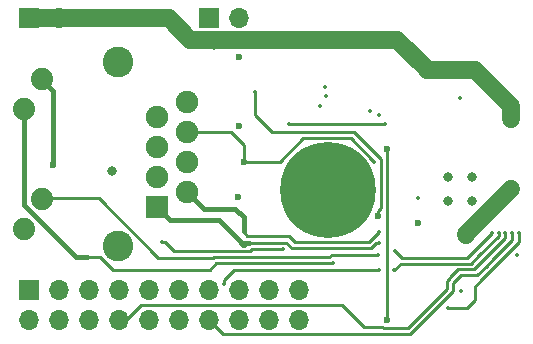
<source format=gbr>
G04 #@! TF.GenerationSoftware,KiCad,Pcbnew,(5.1.5)-3*
G04 #@! TF.CreationDate,2020-07-18T04:54:49-04:00*
G04 #@! TF.ProjectId,MONster64 - NetModule,4d4f4e73-7465-4723-9634-202d204e6574,rev?*
G04 #@! TF.SameCoordinates,Original*
G04 #@! TF.FileFunction,Copper,L3,Inr*
G04 #@! TF.FilePolarity,Positive*
%FSLAX46Y46*%
G04 Gerber Fmt 4.6, Leading zero omitted, Abs format (unit mm)*
G04 Created by KiCad (PCBNEW (5.1.5)-3) date 2020-07-18 04:54:49*
%MOMM*%
%LPD*%
G04 APERTURE LIST*
%ADD10R,1.900000X1.900000*%
%ADD11C,1.900000*%
%ADD12C,1.890000*%
%ADD13C,2.600000*%
%ADD14R,1.700000X1.700000*%
%ADD15O,1.700000X1.700000*%
%ADD16C,0.600000*%
%ADD17C,0.350000*%
%ADD18C,8.100000*%
%ADD19C,0.800000*%
%ADD20C,1.500000*%
%ADD21C,0.439000*%
%ADD22C,0.295000*%
G04 APERTURE END LIST*
D10*
X147955000Y-98679000D03*
D11*
X150495000Y-97409000D03*
X147955000Y-96139000D03*
X150495000Y-94869000D03*
X147955000Y-93599000D03*
X150495000Y-92329000D03*
X147955000Y-91059000D03*
X150495000Y-89789000D03*
D12*
X138235000Y-87909000D03*
X136715000Y-90449000D03*
X138235000Y-98019000D03*
X136715000Y-100559000D03*
D13*
X144665000Y-102009000D03*
X144665000Y-86459000D03*
D14*
X137160000Y-82740500D03*
D15*
X139700000Y-82740500D03*
X154940000Y-82740500D03*
D14*
X152400000Y-82740500D03*
X137160000Y-105727500D03*
D15*
X137160000Y-108267500D03*
X139700000Y-105727500D03*
X139700000Y-108267500D03*
X142240000Y-105727500D03*
X142240000Y-108267500D03*
X144780000Y-105727500D03*
X144780000Y-108267500D03*
X147320000Y-105727500D03*
X147320000Y-108267500D03*
X149860000Y-105727500D03*
X149860000Y-108267500D03*
X152400000Y-105727500D03*
X152400000Y-108267500D03*
X154940000Y-105727500D03*
X154940000Y-108267500D03*
X157480000Y-105727500D03*
X157480000Y-108267500D03*
X160020000Y-105727500D03*
X160020000Y-108267500D03*
D16*
X139192000Y-95123000D03*
D17*
X173736000Y-105854500D03*
X178498500Y-102743000D03*
D18*
X162496500Y-97282000D03*
D19*
X172593000Y-96139000D03*
X174625000Y-98171000D03*
X172593000Y-98171000D03*
X174625000Y-96139000D03*
D16*
X154940000Y-91884500D03*
X154940000Y-85979000D03*
X154822000Y-97844500D03*
D19*
X144136000Y-95640000D03*
D16*
X174117000Y-101092000D03*
D17*
X170065000Y-97905000D03*
D19*
X177936000Y-97146000D03*
X177927000Y-91249500D03*
X152772000Y-85026500D03*
X170878500Y-87122000D03*
D17*
X166814500Y-101790500D03*
X155321000Y-101917500D03*
X155321000Y-100774500D03*
X166751000Y-100838000D03*
X148429999Y-101679501D03*
X158686500Y-102298500D03*
D16*
X155384500Y-94869000D03*
D17*
X166370000Y-94869000D03*
X162877500Y-103441500D03*
X176339500Y-100901500D03*
X166687500Y-102806500D03*
X168148000Y-102425500D03*
D16*
X166687500Y-99504500D03*
X170053000Y-100076000D03*
D17*
X156273500Y-88963500D03*
X178054000Y-100901500D03*
X176911000Y-100901500D03*
X168084500Y-104076500D03*
X166814500Y-104076500D03*
X153670000Y-105219500D03*
X177482500Y-100901500D03*
X162242500Y-88582500D03*
X173672500Y-89471500D03*
X162320501Y-89295501D03*
X161798000Y-90170000D03*
X178625500Y-100901500D03*
X172593000Y-107251500D03*
X165989000Y-90614500D03*
X166751000Y-90932000D03*
X159194500Y-91694000D03*
X167322500Y-91694000D03*
D16*
X167449500Y-93789500D03*
X167449500Y-108267500D03*
D20*
X139700000Y-82740500D02*
X148989998Y-82740500D01*
X150789999Y-84540501D02*
X156822999Y-84540501D01*
X148989998Y-82740500D02*
X150789999Y-84540501D01*
X137160000Y-82740500D02*
X137096500Y-82740500D01*
X137160000Y-82740500D02*
X139700000Y-82740500D01*
X174117000Y-100965000D02*
X177936000Y-97146000D01*
X174117000Y-101092000D02*
X174117000Y-100965000D01*
X156822999Y-84540501D02*
X168297001Y-84540501D01*
X168297001Y-84540501D02*
X170815000Y-87058500D01*
X170815000Y-87058500D02*
X170878500Y-87122000D01*
X170878500Y-87122000D02*
X174879000Y-87122000D01*
X174879000Y-87122000D02*
X177927000Y-90170000D01*
X177927000Y-90170000D02*
X177927000Y-91249500D01*
X177927000Y-91249500D02*
X177927000Y-91249500D01*
X170878500Y-87122000D02*
X170878500Y-87122000D01*
D21*
X148209000Y-98679000D02*
X147955000Y-98679000D01*
D22*
X155765500Y-101727000D02*
X158940500Y-101727000D01*
X158940500Y-101727000D02*
X159388011Y-102174511D01*
X166114538Y-102174511D02*
X166498549Y-101790500D01*
X159388011Y-102174511D02*
X166114538Y-102174511D01*
X166498549Y-101790500D02*
X166814500Y-101790500D01*
X166814500Y-101790500D02*
X166814500Y-101790500D01*
D21*
X155287970Y-101884470D02*
X155321000Y-101884470D01*
X147955000Y-98679000D02*
X149098000Y-99822000D01*
X149098000Y-99822000D02*
X153225500Y-99822000D01*
X155765500Y-101727000D02*
X155130500Y-101727000D01*
X153225500Y-99822000D02*
X155067000Y-101663500D01*
X155130500Y-101727000D02*
X155067000Y-101663500D01*
X155067000Y-101663500D02*
X155287970Y-101884470D01*
X155321000Y-99568000D02*
X155321000Y-100774500D01*
X154622500Y-98869500D02*
X155321000Y-99568000D01*
X150495000Y-97409000D02*
X151955500Y-98869500D01*
X151955500Y-98869500D02*
X154622500Y-98869500D01*
X155321000Y-100774500D02*
X155321000Y-100774500D01*
D22*
X155321000Y-100774500D02*
X155321000Y-100838000D01*
X155642990Y-101159990D02*
X159190010Y-101159990D01*
X155321000Y-100838000D02*
X155642990Y-101159990D01*
X159190010Y-101159990D02*
X159709521Y-101679501D01*
X159709521Y-101679501D02*
X165909499Y-101679501D01*
X165909499Y-101679501D02*
X166751000Y-100838000D01*
X166751000Y-100838000D02*
X166751000Y-100838000D01*
X155892500Y-102451480D02*
X156045480Y-102298500D01*
X148429999Y-101679501D02*
X148677486Y-101679501D01*
X156045480Y-102298500D02*
X158686500Y-102298500D01*
X149449465Y-102451480D02*
X155892500Y-102451480D01*
X148677486Y-101679501D02*
X149449465Y-102451480D01*
X155384500Y-94869000D02*
X155384500Y-93472000D01*
X154241500Y-92329000D02*
X150495000Y-92329000D01*
X155384500Y-93472000D02*
X154241500Y-92329000D01*
X166195001Y-94694001D02*
X166370000Y-94869000D01*
X164385499Y-92884499D02*
X166195001Y-94694001D01*
X160385699Y-92884499D02*
X164385499Y-92884499D01*
X158401198Y-94869000D02*
X160385699Y-92884499D01*
X155384500Y-94869000D02*
X158401198Y-94869000D01*
D21*
X139192000Y-88866000D02*
X138235000Y-87909000D01*
X139192000Y-95123000D02*
X139192000Y-88866000D01*
X136715000Y-98518462D02*
X141130038Y-102933500D01*
X136715000Y-90449000D02*
X136715000Y-98518462D01*
X141130038Y-102933500D02*
X142049500Y-102933500D01*
D22*
X143151198Y-102933500D02*
X144230698Y-104013000D01*
X142049500Y-102933500D02*
X143151198Y-102933500D01*
X152452198Y-104013000D02*
X153023698Y-103441500D01*
X144230698Y-104013000D02*
X152452198Y-104013000D01*
X153023698Y-103441500D02*
X155892500Y-103441500D01*
X155892500Y-103441500D02*
X162877500Y-103441500D01*
X162877500Y-103441500D02*
X162877500Y-103441500D01*
X138273500Y-97980500D02*
X138235000Y-98019000D01*
X139446000Y-97980500D02*
X138273500Y-97980500D01*
X148091302Y-102997000D02*
X143070801Y-97976499D01*
X143070801Y-97976499D02*
X139450001Y-97976499D01*
X176339500Y-100901500D02*
X174244000Y-102997000D01*
X139450001Y-97976499D02*
X139446000Y-97980500D01*
X152768149Y-102997000D02*
X152818659Y-102946490D01*
X148091302Y-102997000D02*
X152768149Y-102997000D01*
X152818659Y-102946490D02*
X155892500Y-102946490D01*
X174244000Y-102997000D02*
X172720000Y-102997000D01*
X162599208Y-102946490D02*
X162739198Y-102806500D01*
X155892500Y-102946490D02*
X162599208Y-102946490D01*
X162739198Y-102806500D02*
X166687500Y-102806500D01*
X166687500Y-102806500D02*
X166687500Y-102806500D01*
X172720000Y-102997000D02*
X168719500Y-102997000D01*
X168719500Y-102997000D02*
X168148000Y-102425500D01*
X168148000Y-102425500D02*
X168148000Y-102425500D01*
X166687500Y-99080236D02*
X166954490Y-98813246D01*
X166687500Y-99504500D02*
X166687500Y-99080236D01*
X166954490Y-98813246D02*
X166954490Y-94678500D01*
X166954490Y-94678500D02*
X164665479Y-92389489D01*
X164665479Y-92389489D02*
X157730989Y-92389489D01*
X156273500Y-90932000D02*
X156273500Y-88963500D01*
X157730989Y-92389489D02*
X156273500Y-90932000D01*
X178054000Y-100901500D02*
X178054000Y-101536500D01*
X178054000Y-101536500D02*
X176466500Y-103124000D01*
X176466500Y-103124000D02*
X175895000Y-103695500D01*
X175108470Y-104482030D02*
X173736000Y-104482030D01*
X175895000Y-103695500D02*
X175108470Y-104482030D01*
X173736000Y-104482030D02*
X173672500Y-104482030D01*
X173037500Y-105180530D02*
X173736000Y-104482030D01*
X173037500Y-105854500D02*
X173037500Y-105180530D01*
X169426999Y-109465001D02*
X173037500Y-105854500D01*
X152400000Y-108267500D02*
X153597501Y-109465001D01*
X153597501Y-109465001D02*
X169426999Y-109465001D01*
X176911000Y-101148987D02*
X175253487Y-102806500D01*
X176911000Y-100901500D02*
X176911000Y-101148987D01*
X175253487Y-102806500D02*
X175253487Y-102813013D01*
X175253487Y-102813013D02*
X174574490Y-103492010D01*
X174574490Y-103492010D02*
X174449039Y-103492010D01*
X174449039Y-103492010D02*
X173672500Y-103492010D01*
X173672500Y-103492010D02*
X172605990Y-103492010D01*
X172605990Y-103492010D02*
X168668990Y-103492010D01*
X168668990Y-103492010D02*
X168084500Y-104076500D01*
X168084500Y-104076500D02*
X168084500Y-104076500D01*
X154495500Y-104076500D02*
X166814500Y-104076500D01*
X153670000Y-104902000D02*
X154495500Y-104076500D01*
X153670000Y-104902000D02*
X153670000Y-105219500D01*
X173467461Y-103987020D02*
X174841480Y-103987020D01*
X172832461Y-104622020D02*
X173467461Y-103987020D01*
X163639500Y-106997500D02*
X165544500Y-108902500D01*
X144780000Y-108267500D02*
X145351500Y-108267500D01*
X146621500Y-106997500D02*
X163639500Y-106997500D01*
X145351500Y-108267500D02*
X146621500Y-106997500D01*
X172542490Y-105649462D02*
X172542490Y-104975491D01*
X174841480Y-103987020D02*
X177482500Y-101346000D01*
X165544500Y-108902500D02*
X167126198Y-108902500D01*
X172542490Y-104975491D02*
X172832461Y-104685520D01*
X167138699Y-108915001D02*
X169276951Y-108915001D01*
X167126198Y-108902500D02*
X167138699Y-108915001D01*
X169276951Y-108915001D02*
X172542490Y-105649462D01*
X177482500Y-101346000D02*
X177482500Y-100901500D01*
X172832461Y-104685520D02*
X172832461Y-104622020D01*
X174942500Y-106553000D02*
X174244000Y-107251500D01*
X178625500Y-100901500D02*
X178625500Y-101665048D01*
X175313509Y-104977040D02*
X175313509Y-105050293D01*
X174244000Y-107251500D02*
X172593000Y-107251500D01*
X178625500Y-101665048D02*
X175313509Y-104977040D01*
X175313509Y-105050293D02*
X174942500Y-105421302D01*
X174942500Y-105421302D02*
X174942500Y-106553000D01*
X159194500Y-91694000D02*
X167322500Y-91694000D01*
X167322500Y-91694000D02*
X167322500Y-91694000D01*
X167449500Y-93789500D02*
X167449500Y-108267500D01*
X167449500Y-108267500D02*
X167449500Y-108267500D01*
M02*

</source>
